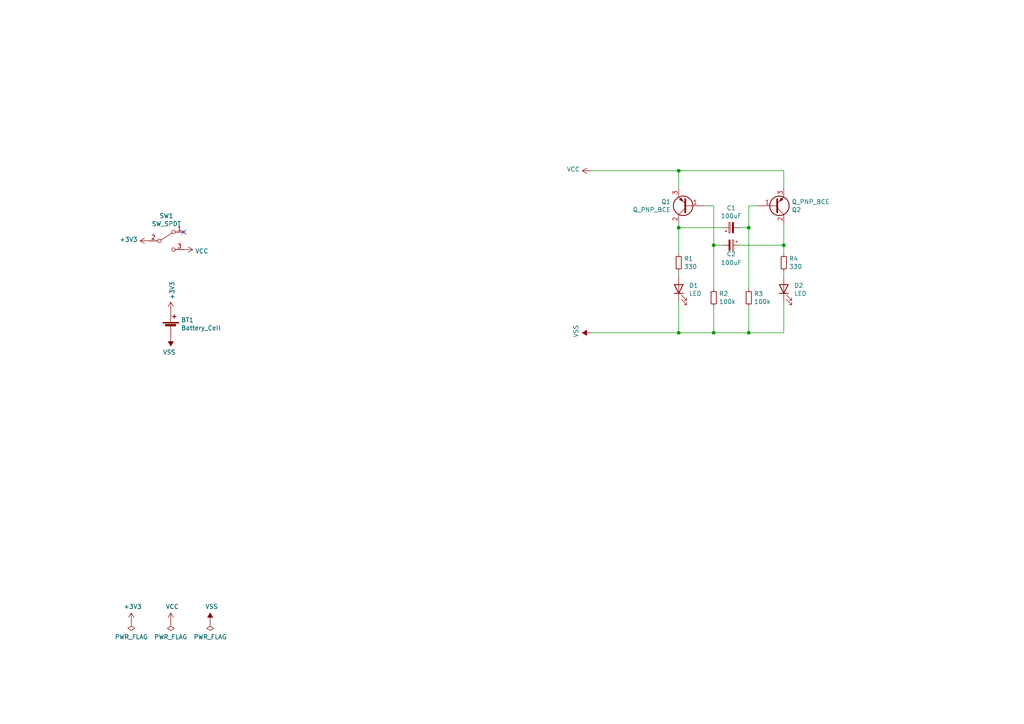
<source format=kicad_sch>
(kicad_sch (version 20210126) (generator eeschema)
  (paper "A4")
  (lib_symbols
    (symbol "Device:Battery_Cell" (pin_numbers hide) (pin_names (offset 0) hide)
      (property "Reference" "BT" (at 2.54 2.54 0))
      (property "Value" "Battery_Cell" (at 2.54 0 0))
      (symbol "Battery_Cell_0_1"
        (rectangle (start -2.286 1.778) (end 2.286 1.524) (fill (type outline)))
        (rectangle (start -1.5748 1.1938) (end 1.4732 0.6858) (fill (type outline)))
        (polyline (pts (xy 0 0.762) (xy 0 0)))
        (polyline (pts (xy 0 1.778) (xy 0 2.54)))
        (polyline (pts (xy 0.508 3.429) (xy 1.524 3.429)) (stroke (width 0.254)))
        (polyline (pts (xy 1.016 3.937) (xy 1.016 2.921)) (stroke (width 0.254)))
      )
      (symbol "Battery_Cell_1_1"
        (pin passive line (at 0 5.08 270) (length 2.54) (name "+") (number "1"))
        (pin passive line (at 0 -2.54 90) (length 2.54) (name "-") (number "2"))
      )
    )
    (symbol "Device:CP_Small" (pin_numbers hide) (pin_names (offset 0.254) hide)
      (property "Reference" "C" (at 0.254 1.778 0))
      (property "Value" "CP_Small" (at 0.254 -2.032 0))
      (symbol "CP_Small_0_1"
        (rectangle (start -1.524 -0.3048) (end 1.524 -0.6858) (fill (type outline)))
        (rectangle (start -1.524 0.6858) (end 1.524 0.3048))
        (polyline (pts (xy -1.27 1.524) (xy -0.762 1.524)))
        (polyline (pts (xy -1.016 1.27) (xy -1.016 1.778)))
      )
      (symbol "CP_Small_1_1"
        (pin passive line (at 0 2.54 270) (length 1.8542) (name "~") (number "1"))
        (pin passive line (at 0 -2.54 90) (length 1.8542) (name "~") (number "2"))
      )
    )
    (symbol "Device:LED" (pin_numbers hide) (pin_names (offset 1.016) hide)
      (property "Reference" "D" (at 0 2.54 0))
      (property "Value" "LED" (at 0 -2.54 0))
      (symbol "LED_0_1"
        (polyline (pts (xy -1.27 -1.27) (xy -1.27 1.27)) (stroke (width 0.254)))
        (polyline (pts (xy -1.27 0) (xy 1.27 0)))
        (polyline (pts (xy 1.27 -1.27) (xy 1.27 1.27) (xy -1.27 0) (xy 1.27 -1.27)) (stroke (width 0.254)))
        (polyline (pts (xy -3.048 -0.762) (xy -4.572 -2.286) (xy -3.81 -2.286) (xy -4.572 -2.286) (xy -4.572 -1.524)))
        (polyline (pts (xy -1.778 -0.762) (xy -3.302 -2.286) (xy -2.54 -2.286) (xy -3.302 -2.286) (xy -3.302 -1.524)))
      )
      (symbol "LED_1_1"
        (pin passive line (at -3.81 0 0) (length 2.54) (name "K") (number "1"))
        (pin passive line (at 3.81 0 180) (length 2.54) (name "A") (number "2"))
      )
    )
    (symbol "Device:Q_PNP_BCE" (pin_names (offset 0) hide)
      (property "Reference" "Q" (at 5.08 1.27 0))
      (property "Value" "Q_PNP_BCE" (at 5.08 -1.27 0))
      (symbol "Q_PNP_BCE_0_1"
        (circle (center 1.27 0) (radius 2.8194) (stroke (width 0.254)))
        (polyline (pts (xy 0.635 0.635) (xy 2.54 2.54)))
        (polyline (pts (xy 0.635 -0.635) (xy 2.54 -2.54) (xy 2.54 -2.54)))
        (polyline (pts (xy 0.635 1.905) (xy 0.635 -1.905) (xy 0.635 -1.905)) (stroke (width 0.508)))
        (polyline (pts (xy 2.286 -1.778) (xy 1.778 -2.286) (xy 1.27 -1.27) (xy 2.286 -1.778) (xy 2.286 -1.778)) (fill (type outline)))
      )
      (symbol "Q_PNP_BCE_1_1"
        (pin input line (at -5.08 0 0) (length 5.715) (name "B") (number "1"))
        (pin passive line (at 2.54 5.08 270) (length 2.54) (name "C") (number "2"))
        (pin passive line (at 2.54 -5.08 90) (length 2.54) (name "E") (number "3"))
      )
    )
    (symbol "Device:R_Small" (pin_numbers hide) (pin_names (offset 0.254) hide)
      (property "Reference" "R" (at 0.762 0.508 0))
      (property "Value" "R_Small" (at 0.762 -1.016 0))
      (symbol "R_Small_0_1"
        (rectangle (start -0.762 1.778) (end 0.762 -1.778) (stroke (width 0.2032)))
      )
      (symbol "R_Small_1_1"
        (pin passive line (at 0 2.54 270) (length 0.762) (name "~") (number "1"))
        (pin passive line (at 0 -2.54 90) (length 0.762) (name "~") (number "2"))
      )
    )
    (symbol "Switch:SW_SPDT" (pin_names (offset 0) hide)
      (property "Reference" "SW" (at 0 4.318 0))
      (property "Value" "SW_SPDT" (at 0 -5.08 0))
      (symbol "SW_SPDT_0_0"
        (circle (center -2.032 0) (radius 0.508))
        (circle (center 2.032 -2.54) (radius 0.508))
      )
      (symbol "SW_SPDT_0_1"
        (circle (center 2.032 2.54) (radius 0.508))
        (polyline (pts (xy -1.524 0.254) (xy 1.651 2.286)))
      )
      (symbol "SW_SPDT_1_1"
        (pin passive line (at 5.08 2.54 180) (length 2.54) (name "A") (number "1"))
        (pin passive line (at -5.08 0 0) (length 2.54) (name "B") (number "2"))
        (pin passive line (at 5.08 -2.54 180) (length 2.54) (name "C") (number "3"))
      )
    )
    (symbol "power:+3V3" (power) (pin_names (offset 0))
      (property "Value" "+3V3" (at 0 3.556 0))
      (symbol "+3V3_0_1"
        (polyline (pts (xy -0.762 1.27) (xy 0 2.54)))
        (polyline (pts (xy 0 0) (xy 0 2.54)))
        (polyline (pts (xy 0 2.54) (xy 0.762 1.27)))
      )
      (symbol "+3V3_1_1"
        (pin power_in line (at 0 0 90) (length 0) hide (name "+3V3") (number "1"))
      )
    )
    (symbol "power:PWR_FLAG" (power) (pin_numbers hide) (pin_names (offset 0) hide)
      (property "Value" "PWR_FLAG" (at 0 3.81 0))
      (symbol "PWR_FLAG_0_0"
        (pin power_out line (at 0 0 90) (length 0) (name "pwr") (number "1"))
      )
      (symbol "PWR_FLAG_0_1"
        (polyline (pts (xy 0 0) (xy 0 1.27) (xy -1.016 1.905) (xy 0 2.54) (xy 1.016 1.905) (xy 0 1.27)))
      )
    )
    (symbol "power:VCC" (power) (pin_names (offset 0))
      (property "Value" "VCC" (at 0 3.81 0))
      (symbol "VCC_0_1"
        (polyline (pts (xy -0.762 1.27) (xy 0 2.54)))
        (polyline (pts (xy 0 0) (xy 0 2.54)))
        (polyline (pts (xy 0 2.54) (xy 0.762 1.27)))
      )
      (symbol "VCC_1_1"
        (pin power_in line (at 0 0 90) (length 0) hide (name "VCC") (number "1"))
      )
    )
    (symbol "power:VSS" (power) (pin_names (offset 0))
      (property "Value" "VSS" (at 0 3.81 0))
      (symbol "VSS_0_1"
        (polyline (pts (xy 0 0) (xy 0 2.54)))
        (polyline (pts (xy 0.762 1.27) (xy -0.762 1.27) (xy 0 2.54) (xy 0.762 1.27)) (fill (type outline)))
      )
      (symbol "VSS_1_1"
        (pin power_in line (at 0 0 90) (length 0) hide (name "VSS") (number "1"))
      )
    )
  )
  (junction (at 196.85 49.53) (diameter 0.9144))
  (junction (at 196.85 66.04) (diameter 0.9144))
  (junction (at 196.85 96.52) (diameter 0.9144))
  (junction (at 207.01 71.12) (diameter 0.9144))
  (junction (at 207.01 96.52) (diameter 0.9144))
  (junction (at 217.17 66.04) (diameter 0.9144))
  (junction (at 217.17 96.52) (diameter 0.9144))
  (junction (at 227.33 71.12) (diameter 0.9144))
  (no_connect (at 53.34 67.31))
  (wire (pts (xy 171.45 49.53) (xy 196.85 49.53)))
  (wire (pts (xy 171.45 96.52) (xy 196.85 96.52)))
  (wire (pts (xy 196.85 49.53) (xy 227.33 49.53)))
  (wire (pts (xy 196.85 54.61) (xy 196.85 49.53)))
  (wire (pts (xy 196.85 66.04) (xy 196.85 64.77)))
  (wire (pts (xy 196.85 73.66) (xy 196.85 66.04)))
  (wire (pts (xy 196.85 80.01) (xy 196.85 78.74)))
  (wire (pts (xy 196.85 87.63) (xy 196.85 96.52)))
  (wire (pts (xy 196.85 96.52) (xy 207.01 96.52)))
  (wire (pts (xy 204.47 59.69) (xy 207.01 59.69)))
  (wire (pts (xy 207.01 59.69) (xy 207.01 71.12)))
  (wire (pts (xy 207.01 71.12) (xy 207.01 83.82)))
  (wire (pts (xy 207.01 88.9) (xy 207.01 96.52)))
  (wire (pts (xy 207.01 96.52) (xy 217.17 96.52)))
  (wire (pts (xy 209.55 66.04) (xy 196.85 66.04)))
  (wire (pts (xy 209.55 71.12) (xy 207.01 71.12)))
  (wire (pts (xy 214.63 66.04) (xy 217.17 66.04)))
  (wire (pts (xy 214.63 71.12) (xy 227.33 71.12)))
  (wire (pts (xy 217.17 59.69) (xy 217.17 66.04)))
  (wire (pts (xy 217.17 66.04) (xy 217.17 83.82)))
  (wire (pts (xy 217.17 88.9) (xy 217.17 96.52)))
  (wire (pts (xy 217.17 96.52) (xy 227.33 96.52)))
  (wire (pts (xy 219.71 59.69) (xy 217.17 59.69)))
  (wire (pts (xy 227.33 49.53) (xy 227.33 54.61)))
  (wire (pts (xy 227.33 71.12) (xy 227.33 64.77)))
  (wire (pts (xy 227.33 73.66) (xy 227.33 71.12)))
  (wire (pts (xy 227.33 80.01) (xy 227.33 78.74)))
  (wire (pts (xy 227.33 96.52) (xy 227.33 87.63)))
  (symbol (lib_id "power:PWR_FLAG") (at 38.1 180.34 180) (unit 1)
    (property "Reference" "#FLG01" (effects hide))
    (property "Value" "PWR_FLAG" (at 38.1 184.7342 0))
  )
  (symbol (lib_id "power:PWR_FLAG") (at 49.53 180.34 180) (unit 1)
    (property "Reference" "#FLG02" (effects hide))
    (property "Value" "PWR_FLAG" (at 49.53 184.7342 0))
  )
  (symbol (lib_id "power:PWR_FLAG") (at 60.96 180.34 180) (unit 1)
    (property "Reference" "#FLG03" (effects hide))
    (property "Value" "PWR_FLAG" (at 60.96 184.7342 0))
  )
  (symbol (lib_id "power:+3V3") (at 38.1 180.34 0) (unit 1)
    (property "Reference" "#PWR01" (effects hide))
    (property "Value" "+3V3" (at 38.481 175.9458 0))
  )
  (symbol (lib_id "power:+3V3") (at 43.18 69.85 90) (unit 1)
    (property "Reference" "#PWR02" (effects hide))
    (property "Value" "+3V3" (at 39.9288 69.469 90) (effects (justify left)))
  )
  (symbol (lib_id "power:+3V3") (at 49.53 90.17 0) (unit 1)
    (property "Reference" "#PWR03" (effects hide))
    (property "Value" "+3V3" (at 49.911 86.9188 90) (effects (justify left)))
  )
  (symbol (lib_id "power:VSS") (at 49.53 97.79 180) (unit 1)
    (property "Reference" "#PWR04" (effects hide))
    (property "Value" "VSS" (at 49.0728 102.1842 0))
  )
  (symbol (lib_id "power:VCC") (at 49.53 180.34 0) (unit 1)
    (property "Reference" "#PWR05" (effects hide))
    (property "Value" "VCC" (at 49.9618 175.9458 0))
  )
  (symbol (lib_id "power:VCC") (at 53.34 72.39 270) (unit 1)
    (property "Reference" "#PWR06" (effects hide))
    (property "Value" "VCC" (at 56.5912 72.8218 90) (effects (justify left)))
  )
  (symbol (lib_id "power:VSS") (at 60.96 180.34 0) (unit 1)
    (property "Reference" "#PWR07" (effects hide))
    (property "Value" "VSS" (at 61.3918 175.9458 0))
  )
  (symbol (lib_id "power:VCC") (at 171.45 49.53 90) (unit 1)
    (property "Reference" "#PWR08" (effects hide))
    (property "Value" "VCC" (at 168.1988 49.0982 90) (effects (justify left)))
  )
  (symbol (lib_id "power:VSS") (at 171.45 96.52 90) (unit 1)
    (property "Reference" "#PWR09" (effects hide))
    (property "Value" "VSS" (at 167.0558 96.0628 0))
  )
  (symbol (lib_id "Device:R_Small") (at 196.85 76.2 0) (unit 1)
    (property "Reference" "R1" (at 198.3486 75.0316 0) (effects (justify left)))
    (property "Value" "330" (at 198.3486 77.343 0) (effects (justify left)))
    (property "Footprint" "Resistor_SMD:R_0805_2012Metric" (effects hide))
  )
  (symbol (lib_id "Device:R_Small") (at 207.01 86.36 0) (unit 1)
    (property "Reference" "R2" (at 208.5086 85.1916 0) (effects (justify left)))
    (property "Value" "100k" (at 208.5086 87.503 0) (effects (justify left)))
    (property "Footprint" "Resistor_SMD:R_0805_2012Metric" (effects hide))
  )
  (symbol (lib_id "Device:R_Small") (at 217.17 86.36 0) (unit 1)
    (property "Reference" "R3" (at 218.6686 85.1916 0) (effects (justify left)))
    (property "Value" "100k" (at 218.6686 87.503 0) (effects (justify left)))
    (property "Footprint" "Resistor_SMD:R_0805_2012Metric" (effects hide))
  )
  (symbol (lib_id "Device:R_Small") (at 227.33 76.2 0) (unit 1)
    (property "Reference" "R4" (at 228.8286 75.0316 0) (effects (justify left)))
    (property "Value" "330" (at 228.8286 77.343 0) (effects (justify left)))
    (property "Footprint" "Resistor_SMD:R_0805_2012Metric" (effects hide))
  )
  (symbol (lib_id "Device:CP_Small") (at 212.09 66.04 90) (unit 1)
    (property "Reference" "C1" (at 212.09 60.325 90))
    (property "Value" "100uF" (at 212.09 62.6364 90))
    (property "Footprint" "Capacitor_SMD:C_1206_3216Metric" (effects hide))
  )
  (symbol (lib_id "Device:CP_Small") (at 212.09 71.12 270) (unit 1)
    (property "Reference" "C2" (at 212.09 73.66 90))
    (property "Value" "100uF" (at 212.09 76.2 90))
    (property "Footprint" "Capacitor_SMD:C_1206_3216Metric" (effects hide))
  )
  (symbol (lib_id "Device:LED") (at 196.85 83.82 90) (unit 1)
    (property "Reference" "D1" (at 199.8218 82.8294 90) (effects (justify right)))
    (property "Value" "LED" (at 199.8218 85.1408 90) (effects (justify right)))
    (property "Footprint" "LED_SMD:LED_0805_2012Metric" (effects hide))
  )
  (symbol (lib_id "Device:LED") (at 227.33 83.82 90) (unit 1)
    (property "Reference" "D2" (at 230.3018 82.8294 90) (effects (justify right)))
    (property "Value" "LED" (at 230.3018 85.1408 90) (effects (justify right)))
    (property "Footprint" "LED_SMD:LED_0805_2012Metric" (effects hide))
  )
  (symbol (lib_id "Device:Battery_Cell") (at 49.53 95.25 0) (unit 1)
    (property "Reference" "BT1" (at 52.5272 92.8116 0) (effects (justify left)))
    (property "Value" "Battery_Cell" (at 52.5272 95.123 0) (effects (justify left)))
    (property "Footprint" "Battery:BatteryHolder_MPD_BC2003_1x2032" (effects hide))
  )
  (symbol (lib_id "Switch:SW_SPDT") (at 48.26 69.85 0) (unit 1)
    (property "Reference" "SW1" (at 48.26 62.611 0))
    (property "Value" "SW_SPDT" (at 48.26 64.9224 0))
    (property "Footprint" "BreadBoardPwr:SK-3296S_switch" (effects hide))
  )
  (symbol (lib_id "Device:Q_PNP_BCE") (at 199.39 59.69 180) (unit 1)
    (property "Reference" "Q1" (at 194.5386 58.5216 0) (effects (justify left)))
    (property "Value" "Q_PNP_BCE" (at 194.5386 60.833 0) (effects (justify left)))
    (property "Footprint" "Package_TO_SOT_SMD:SOT-23" (effects hide))
  )
  (symbol (lib_id "Device:Q_PNP_BCE") (at 224.79 59.69 0) (mirror x) (unit 1)
    (property "Reference" "Q2" (at 229.616 60.8584 0) (effects (justify left)))
    (property "Value" "Q_PNP_BCE" (at 229.616 58.547 0) (effects (justify left)))
    (property "Footprint" "Package_TO_SOT_SMD:SOT-23" (effects hide))
  )
)
</source>
